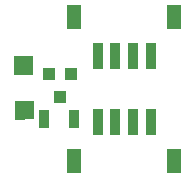
<source format=gbs>
G75*
G70*
%OFA0B0*%
%FSLAX24Y24*%
%IPPOS*%
%LPD*%
%AMOC8*
5,1,8,0,0,1.08239X$1,22.5*
%
%ADD10R,0.0395X0.0434*%
%ADD11R,0.0356X0.0867*%
%ADD12R,0.0513X0.0828*%
%ADD13R,0.0580X0.0330*%
%ADD14R,0.0631X0.0631*%
D10*
X006093Y008897D03*
X005719Y009684D03*
X006467Y009684D03*
D11*
X007337Y010275D03*
X007928Y010275D03*
X008518Y010275D03*
X009109Y010275D03*
X009109Y008086D03*
X008518Y008086D03*
X007928Y008086D03*
X007337Y008086D03*
D12*
X006569Y006767D03*
X009877Y006767D03*
X009877Y011594D03*
X006569Y011594D03*
D13*
G36*
X005713Y008470D02*
X005712Y007891D01*
X005383Y007892D01*
X005384Y008471D01*
X005713Y008470D01*
G37*
G36*
X006713Y008469D02*
X006712Y007890D01*
X006383Y007891D01*
X006384Y008470D01*
X006713Y008469D01*
G37*
D14*
G36*
X005205Y008793D02*
X005217Y008165D01*
X004589Y008153D01*
X004577Y008781D01*
X005205Y008793D01*
G37*
G36*
X005177Y010288D02*
X005189Y009660D01*
X004561Y009648D01*
X004549Y010276D01*
X005177Y010288D01*
G37*
M02*

</source>
